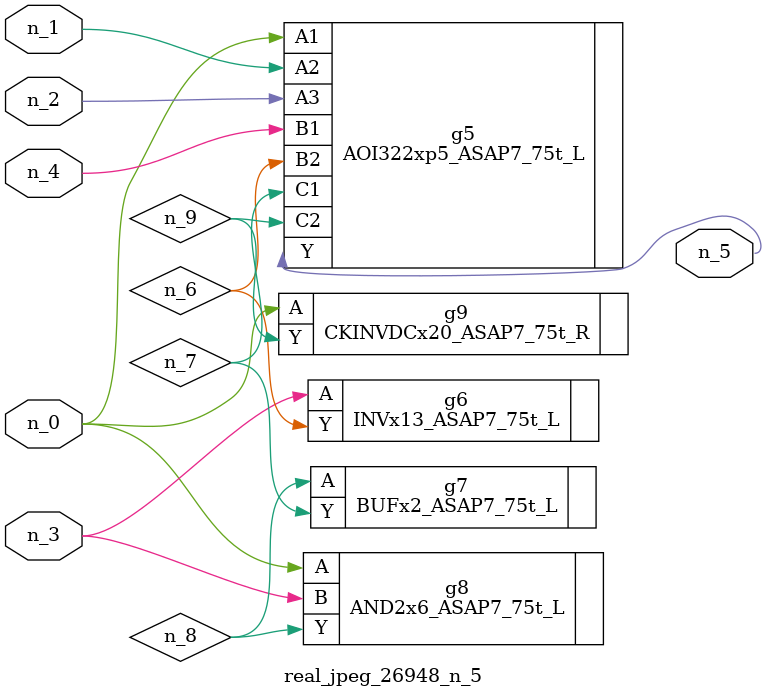
<source format=v>
module real_jpeg_26948_n_5 (n_4, n_0, n_1, n_2, n_3, n_5);

input n_4;
input n_0;
input n_1;
input n_2;
input n_3;

output n_5;

wire n_8;
wire n_6;
wire n_7;
wire n_9;

AOI322xp5_ASAP7_75t_L g5 ( 
.A1(n_0),
.A2(n_1),
.A3(n_2),
.B1(n_4),
.B2(n_6),
.C1(n_7),
.C2(n_9),
.Y(n_5)
);

AND2x6_ASAP7_75t_L g8 ( 
.A(n_0),
.B(n_3),
.Y(n_8)
);

CKINVDCx20_ASAP7_75t_R g9 ( 
.A(n_0),
.Y(n_9)
);

INVx13_ASAP7_75t_L g6 ( 
.A(n_3),
.Y(n_6)
);

BUFx2_ASAP7_75t_L g7 ( 
.A(n_8),
.Y(n_7)
);


endmodule
</source>
